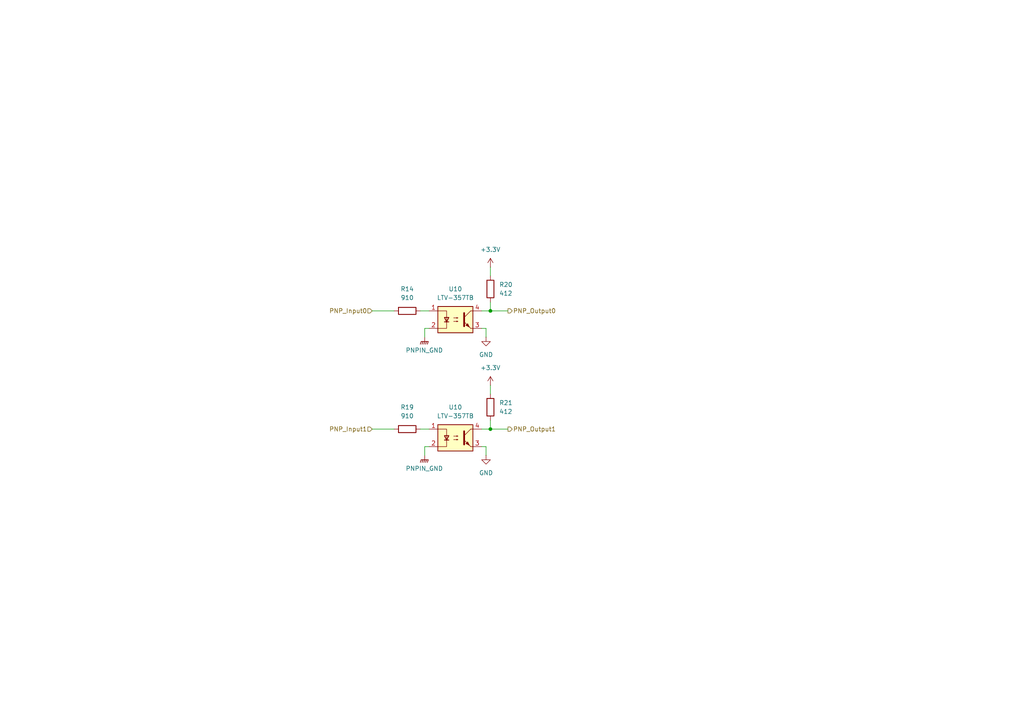
<source format=kicad_sch>
(kicad_sch
	(version 20250114)
	(generator "eeschema")
	(generator_version "9.0")
	(uuid "f376b313-d34f-45ea-a250-f41388ee4485")
	(paper "A4")
	(lib_symbols
		(symbol "Device:R"
			(pin_numbers
				(hide yes)
			)
			(pin_names
				(offset 0)
			)
			(exclude_from_sim no)
			(in_bom yes)
			(on_board yes)
			(property "Reference" "R"
				(at 2.032 0 90)
				(effects
					(font
						(size 1.27 1.27)
					)
				)
			)
			(property "Value" "R"
				(at 0 0 90)
				(effects
					(font
						(size 1.27 1.27)
					)
				)
			)
			(property "Footprint" ""
				(at -1.778 0 90)
				(effects
					(font
						(size 1.27 1.27)
					)
					(hide yes)
				)
			)
			(property "Datasheet" "~"
				(at 0 0 0)
				(effects
					(font
						(size 1.27 1.27)
					)
					(hide yes)
				)
			)
			(property "Description" "Resistor"
				(at 0 0 0)
				(effects
					(font
						(size 1.27 1.27)
					)
					(hide yes)
				)
			)
			(property "ki_keywords" "R res resistor"
				(at 0 0 0)
				(effects
					(font
						(size 1.27 1.27)
					)
					(hide yes)
				)
			)
			(property "ki_fp_filters" "R_*"
				(at 0 0 0)
				(effects
					(font
						(size 1.27 1.27)
					)
					(hide yes)
				)
			)
			(symbol "R_0_1"
				(rectangle
					(start -1.016 -2.54)
					(end 1.016 2.54)
					(stroke
						(width 0.254)
						(type default)
					)
					(fill
						(type none)
					)
				)
			)
			(symbol "R_1_1"
				(pin passive line
					(at 0 3.81 270)
					(length 1.27)
					(name "~"
						(effects
							(font
								(size 1.27 1.27)
							)
						)
					)
					(number "1"
						(effects
							(font
								(size 1.27 1.27)
							)
						)
					)
				)
				(pin passive line
					(at 0 -3.81 90)
					(length 1.27)
					(name "~"
						(effects
							(font
								(size 1.27 1.27)
							)
						)
					)
					(number "2"
						(effects
							(font
								(size 1.27 1.27)
							)
						)
					)
				)
			)
			(embedded_fonts no)
		)
		(symbol "Isolator:LTV-357T"
			(pin_names
				(offset 1.016)
			)
			(exclude_from_sim no)
			(in_bom yes)
			(on_board yes)
			(property "Reference" "U"
				(at -5.334 4.826 0)
				(effects
					(font
						(size 1.27 1.27)
					)
					(justify left)
				)
			)
			(property "Value" "LTV-357T"
				(at 0 5.08 0)
				(effects
					(font
						(size 1.27 1.27)
					)
					(justify left)
				)
			)
			(property "Footprint" "Package_SO:SO-4_4.4x3.6mm_P2.54mm"
				(at -5.08 -5.08 0)
				(effects
					(font
						(size 1.27 1.27)
						(italic yes)
					)
					(justify left)
					(hide yes)
				)
			)
			(property "Datasheet" "https://www.buerklin.com/medias/sys_master/download/download/h91/ha0/8892020588574.pdf"
				(at 0 0 0)
				(effects
					(font
						(size 1.27 1.27)
					)
					(justify left)
					(hide yes)
				)
			)
			(property "Description" "DC Optocoupler, Vce 35V, CTR 50%, SO-4"
				(at 0 0 0)
				(effects
					(font
						(size 1.27 1.27)
					)
					(hide yes)
				)
			)
			(property "ki_keywords" "NPN DC Optocoupler"
				(at 0 0 0)
				(effects
					(font
						(size 1.27 1.27)
					)
					(hide yes)
				)
			)
			(property "ki_fp_filters" "SO*4.4x3.6mm*P2.54mm*"
				(at 0 0 0)
				(effects
					(font
						(size 1.27 1.27)
					)
					(hide yes)
				)
			)
			(symbol "LTV-357T_0_1"
				(rectangle
					(start -5.08 3.81)
					(end 5.08 -3.81)
					(stroke
						(width 0.254)
						(type default)
					)
					(fill
						(type background)
					)
				)
				(polyline
					(pts
						(xy -5.08 2.54) (xy -2.54 2.54) (xy -2.54 -0.762)
					)
					(stroke
						(width 0)
						(type default)
					)
					(fill
						(type none)
					)
				)
				(polyline
					(pts
						(xy -3.175 -0.635) (xy -1.905 -0.635)
					)
					(stroke
						(width 0.254)
						(type default)
					)
					(fill
						(type none)
					)
				)
				(polyline
					(pts
						(xy -2.54 -0.635) (xy -2.54 -2.54) (xy -5.08 -2.54)
					)
					(stroke
						(width 0)
						(type default)
					)
					(fill
						(type none)
					)
				)
				(polyline
					(pts
						(xy -2.54 -0.635) (xy -3.175 0.635) (xy -1.905 0.635) (xy -2.54 -0.635)
					)
					(stroke
						(width 0.254)
						(type default)
					)
					(fill
						(type none)
					)
				)
				(polyline
					(pts
						(xy -0.508 0.508) (xy 0.762 0.508) (xy 0.381 0.381) (xy 0.381 0.635) (xy 0.762 0.508)
					)
					(stroke
						(width 0)
						(type default)
					)
					(fill
						(type none)
					)
				)
				(polyline
					(pts
						(xy -0.508 -0.508) (xy 0.762 -0.508) (xy 0.381 -0.635) (xy 0.381 -0.381) (xy 0.762 -0.508)
					)
					(stroke
						(width 0)
						(type default)
					)
					(fill
						(type none)
					)
				)
				(polyline
					(pts
						(xy 2.54 1.905) (xy 2.54 -1.905) (xy 2.54 -1.905)
					)
					(stroke
						(width 0.508)
						(type default)
					)
					(fill
						(type none)
					)
				)
				(polyline
					(pts
						(xy 2.54 0.635) (xy 4.445 2.54)
					)
					(stroke
						(width 0)
						(type default)
					)
					(fill
						(type none)
					)
				)
				(polyline
					(pts
						(xy 3.048 -1.651) (xy 3.556 -1.143) (xy 4.064 -2.159) (xy 3.048 -1.651) (xy 3.048 -1.651)
					)
					(stroke
						(width 0)
						(type default)
					)
					(fill
						(type outline)
					)
				)
				(polyline
					(pts
						(xy 4.445 2.54) (xy 5.08 2.54)
					)
					(stroke
						(width 0)
						(type default)
					)
					(fill
						(type none)
					)
				)
				(polyline
					(pts
						(xy 4.445 -2.54) (xy 2.54 -0.635)
					)
					(stroke
						(width 0)
						(type default)
					)
					(fill
						(type outline)
					)
				)
				(polyline
					(pts
						(xy 4.445 -2.54) (xy 5.08 -2.54)
					)
					(stroke
						(width 0)
						(type default)
					)
					(fill
						(type none)
					)
				)
			)
			(symbol "LTV-357T_1_1"
				(pin passive line
					(at -7.62 2.54 0)
					(length 2.54)
					(name "~"
						(effects
							(font
								(size 1.27 1.27)
							)
						)
					)
					(number "1"
						(effects
							(font
								(size 1.27 1.27)
							)
						)
					)
				)
				(pin passive line
					(at -7.62 -2.54 0)
					(length 2.54)
					(name "~"
						(effects
							(font
								(size 1.27 1.27)
							)
						)
					)
					(number "2"
						(effects
							(font
								(size 1.27 1.27)
							)
						)
					)
				)
				(pin passive line
					(at 7.62 2.54 180)
					(length 2.54)
					(name "~"
						(effects
							(font
								(size 1.27 1.27)
							)
						)
					)
					(number "4"
						(effects
							(font
								(size 1.27 1.27)
							)
						)
					)
				)
				(pin passive line
					(at 7.62 -2.54 180)
					(length 2.54)
					(name "~"
						(effects
							(font
								(size 1.27 1.27)
							)
						)
					)
					(number "3"
						(effects
							(font
								(size 1.27 1.27)
							)
						)
					)
				)
			)
			(embedded_fonts no)
		)
		(symbol "power:+3.3V"
			(power)
			(pin_numbers
				(hide yes)
			)
			(pin_names
				(offset 0)
				(hide yes)
			)
			(exclude_from_sim no)
			(in_bom yes)
			(on_board yes)
			(property "Reference" "#PWR"
				(at 0 -3.81 0)
				(effects
					(font
						(size 1.27 1.27)
					)
					(hide yes)
				)
			)
			(property "Value" "+3.3V"
				(at 0 3.556 0)
				(effects
					(font
						(size 1.27 1.27)
					)
				)
			)
			(property "Footprint" ""
				(at 0 0 0)
				(effects
					(font
						(size 1.27 1.27)
					)
					(hide yes)
				)
			)
			(property "Datasheet" ""
				(at 0 0 0)
				(effects
					(font
						(size 1.27 1.27)
					)
					(hide yes)
				)
			)
			(property "Description" "Power symbol creates a global label with name \"+3.3V\""
				(at 0 0 0)
				(effects
					(font
						(size 1.27 1.27)
					)
					(hide yes)
				)
			)
			(property "ki_keywords" "global power"
				(at 0 0 0)
				(effects
					(font
						(size 1.27 1.27)
					)
					(hide yes)
				)
			)
			(symbol "+3.3V_0_1"
				(polyline
					(pts
						(xy -0.762 1.27) (xy 0 2.54)
					)
					(stroke
						(width 0)
						(type default)
					)
					(fill
						(type none)
					)
				)
				(polyline
					(pts
						(xy 0 2.54) (xy 0.762 1.27)
					)
					(stroke
						(width 0)
						(type default)
					)
					(fill
						(type none)
					)
				)
				(polyline
					(pts
						(xy 0 0) (xy 0 2.54)
					)
					(stroke
						(width 0)
						(type default)
					)
					(fill
						(type none)
					)
				)
			)
			(symbol "+3.3V_1_1"
				(pin power_in line
					(at 0 0 90)
					(length 0)
					(name "~"
						(effects
							(font
								(size 1.27 1.27)
							)
						)
					)
					(number "1"
						(effects
							(font
								(size 1.27 1.27)
							)
						)
					)
				)
			)
			(embedded_fonts no)
		)
		(symbol "power:GND"
			(power)
			(pin_numbers
				(hide yes)
			)
			(pin_names
				(offset 0)
				(hide yes)
			)
			(exclude_from_sim no)
			(in_bom yes)
			(on_board yes)
			(property "Reference" "#PWR"
				(at 0 -6.35 0)
				(effects
					(font
						(size 1.27 1.27)
					)
					(hide yes)
				)
			)
			(property "Value" "GND"
				(at 0 -3.81 0)
				(effects
					(font
						(size 1.27 1.27)
					)
				)
			)
			(property "Footprint" ""
				(at 0 0 0)
				(effects
					(font
						(size 1.27 1.27)
					)
					(hide yes)
				)
			)
			(property "Datasheet" ""
				(at 0 0 0)
				(effects
					(font
						(size 1.27 1.27)
					)
					(hide yes)
				)
			)
			(property "Description" "Power symbol creates a global label with name \"GND\" , ground"
				(at 0 0 0)
				(effects
					(font
						(size 1.27 1.27)
					)
					(hide yes)
				)
			)
			(property "ki_keywords" "global power"
				(at 0 0 0)
				(effects
					(font
						(size 1.27 1.27)
					)
					(hide yes)
				)
			)
			(symbol "GND_0_1"
				(polyline
					(pts
						(xy 0 0) (xy 0 -1.27) (xy 1.27 -1.27) (xy 0 -2.54) (xy -1.27 -1.27) (xy 0 -1.27)
					)
					(stroke
						(width 0)
						(type default)
					)
					(fill
						(type none)
					)
				)
			)
			(symbol "GND_1_1"
				(pin power_in line
					(at 0 0 270)
					(length 0)
					(name "~"
						(effects
							(font
								(size 1.27 1.27)
							)
						)
					)
					(number "1"
						(effects
							(font
								(size 1.27 1.27)
							)
						)
					)
				)
			)
			(embedded_fonts no)
		)
		(symbol "power:GNDPWR"
			(power)
			(pin_numbers
				(hide yes)
			)
			(pin_names
				(offset 0)
				(hide yes)
			)
			(exclude_from_sim no)
			(in_bom yes)
			(on_board yes)
			(property "Reference" "#PWR"
				(at 0 -5.08 0)
				(effects
					(font
						(size 1.27 1.27)
					)
					(hide yes)
				)
			)
			(property "Value" "GNDPWR"
				(at 0 -3.302 0)
				(effects
					(font
						(size 1.27 1.27)
					)
				)
			)
			(property "Footprint" ""
				(at 0 -1.27 0)
				(effects
					(font
						(size 1.27 1.27)
					)
					(hide yes)
				)
			)
			(property "Datasheet" ""
				(at 0 -1.27 0)
				(effects
					(font
						(size 1.27 1.27)
					)
					(hide yes)
				)
			)
			(property "Description" "Power symbol creates a global label with name \"GNDPWR\" , global ground"
				(at 0 0 0)
				(effects
					(font
						(size 1.27 1.27)
					)
					(hide yes)
				)
			)
			(property "ki_keywords" "global ground"
				(at 0 0 0)
				(effects
					(font
						(size 1.27 1.27)
					)
					(hide yes)
				)
			)
			(symbol "GNDPWR_0_1"
				(polyline
					(pts
						(xy -1.016 -1.27) (xy -1.27 -2.032) (xy -1.27 -2.032)
					)
					(stroke
						(width 0.2032)
						(type default)
					)
					(fill
						(type none)
					)
				)
				(polyline
					(pts
						(xy -0.508 -1.27) (xy -0.762 -2.032) (xy -0.762 -2.032)
					)
					(stroke
						(width 0.2032)
						(type default)
					)
					(fill
						(type none)
					)
				)
				(polyline
					(pts
						(xy 0 -1.27) (xy 0 0)
					)
					(stroke
						(width 0)
						(type default)
					)
					(fill
						(type none)
					)
				)
				(polyline
					(pts
						(xy 0 -1.27) (xy -0.254 -2.032) (xy -0.254 -2.032)
					)
					(stroke
						(width 0.2032)
						(type default)
					)
					(fill
						(type none)
					)
				)
				(polyline
					(pts
						(xy 0.508 -1.27) (xy 0.254 -2.032) (xy 0.254 -2.032)
					)
					(stroke
						(width 0.2032)
						(type default)
					)
					(fill
						(type none)
					)
				)
				(polyline
					(pts
						(xy 1.016 -1.27) (xy -1.016 -1.27) (xy -1.016 -1.27)
					)
					(stroke
						(width 0.2032)
						(type default)
					)
					(fill
						(type none)
					)
				)
				(polyline
					(pts
						(xy 1.016 -1.27) (xy 0.762 -2.032) (xy 0.762 -2.032) (xy 0.762 -2.032)
					)
					(stroke
						(width 0.2032)
						(type default)
					)
					(fill
						(type none)
					)
				)
			)
			(symbol "GNDPWR_1_1"
				(pin power_in line
					(at 0 0 270)
					(length 0)
					(name "~"
						(effects
							(font
								(size 1.27 1.27)
							)
						)
					)
					(number "1"
						(effects
							(font
								(size 1.27 1.27)
							)
						)
					)
				)
			)
			(embedded_fonts no)
		)
	)
	(junction
		(at 142.24 124.46)
		(diameter 0)
		(color 0 0 0 0)
		(uuid "4476895c-0945-4f11-9725-c5153651386c")
	)
	(junction
		(at 142.24 90.17)
		(diameter 0)
		(color 0 0 0 0)
		(uuid "e59a9098-6fc7-4db2-acf4-af3fc04c0cf0")
	)
	(wire
		(pts
			(xy 107.95 90.17) (xy 114.3 90.17)
		)
		(stroke
			(width 0)
			(type default)
		)
		(uuid "043a56c2-48d2-4228-aa3f-8225eec5f683")
	)
	(wire
		(pts
			(xy 140.97 97.79) (xy 140.97 95.25)
		)
		(stroke
			(width 0)
			(type default)
		)
		(uuid "0825f89e-e177-4f9b-b22e-57da8042570f")
	)
	(wire
		(pts
			(xy 142.24 124.46) (xy 147.32 124.46)
		)
		(stroke
			(width 0)
			(type default)
		)
		(uuid "0b6031e2-b354-4e02-9944-4aa87c4be3e0")
	)
	(wire
		(pts
			(xy 140.97 132.08) (xy 140.97 129.54)
		)
		(stroke
			(width 0)
			(type default)
		)
		(uuid "1443191e-af3f-42c7-b7a0-42dd1dd573d2")
	)
	(wire
		(pts
			(xy 142.24 90.17) (xy 142.24 87.63)
		)
		(stroke
			(width 0)
			(type default)
		)
		(uuid "380b32ae-ea84-4a2a-876f-e9cd82ad2643")
	)
	(wire
		(pts
			(xy 123.19 95.25) (xy 124.46 95.25)
		)
		(stroke
			(width 0)
			(type default)
		)
		(uuid "3f2f27ab-5092-48e2-b143-c19da944a42f")
	)
	(wire
		(pts
			(xy 121.92 90.17) (xy 124.46 90.17)
		)
		(stroke
			(width 0)
			(type default)
		)
		(uuid "435244fd-19ee-48ea-bd0d-17267ece4381")
	)
	(wire
		(pts
			(xy 123.19 97.79) (xy 123.19 95.25)
		)
		(stroke
			(width 0)
			(type default)
		)
		(uuid "61b6f407-831c-45bf-bdd2-34827709d085")
	)
	(wire
		(pts
			(xy 139.7 90.17) (xy 142.24 90.17)
		)
		(stroke
			(width 0)
			(type default)
		)
		(uuid "6a61a46f-bc1d-453f-8eb7-d399a97433f1")
	)
	(wire
		(pts
			(xy 142.24 111.76) (xy 142.24 114.3)
		)
		(stroke
			(width 0)
			(type default)
		)
		(uuid "6bead2ca-9dbf-4095-8748-88fd8e69fc76")
	)
	(wire
		(pts
			(xy 107.95 124.46) (xy 114.3 124.46)
		)
		(stroke
			(width 0)
			(type default)
		)
		(uuid "762cdb03-f590-4447-a71a-dbe945b7aae1")
	)
	(wire
		(pts
			(xy 121.92 124.46) (xy 124.46 124.46)
		)
		(stroke
			(width 0)
			(type default)
		)
		(uuid "801c48ce-cdea-4356-af44-5ea0bf61ffc4")
	)
	(wire
		(pts
			(xy 142.24 124.46) (xy 142.24 121.92)
		)
		(stroke
			(width 0)
			(type default)
		)
		(uuid "8848321f-fb6c-4fb1-bbcb-3b0a4de595a5")
	)
	(wire
		(pts
			(xy 123.19 129.54) (xy 124.46 129.54)
		)
		(stroke
			(width 0)
			(type default)
		)
		(uuid "a545866c-e51e-4a09-b5b7-aaaf22582293")
	)
	(wire
		(pts
			(xy 123.19 132.08) (xy 123.19 129.54)
		)
		(stroke
			(width 0)
			(type default)
		)
		(uuid "c5ff7ae5-0545-46fd-a4d2-52de0d9853a2")
	)
	(wire
		(pts
			(xy 142.24 90.17) (xy 147.32 90.17)
		)
		(stroke
			(width 0)
			(type default)
		)
		(uuid "c9a75ae6-595e-49f0-bfcf-ed6112bcc3a1")
	)
	(wire
		(pts
			(xy 139.7 129.54) (xy 140.97 129.54)
		)
		(stroke
			(width 0)
			(type default)
		)
		(uuid "e7dbebe5-1366-47f7-b922-eaee4d5abae9")
	)
	(wire
		(pts
			(xy 142.24 77.47) (xy 142.24 80.01)
		)
		(stroke
			(width 0)
			(type default)
		)
		(uuid "f3378706-b45f-4aad-aaca-7f3b65238eee")
	)
	(wire
		(pts
			(xy 139.7 95.25) (xy 140.97 95.25)
		)
		(stroke
			(width 0)
			(type default)
		)
		(uuid "f75a24c9-caae-496a-91e3-657aa781d40a")
	)
	(wire
		(pts
			(xy 139.7 124.46) (xy 142.24 124.46)
		)
		(stroke
			(width 0)
			(type default)
		)
		(uuid "fa5af998-c422-4ab7-9ff6-a399bde9a03a")
	)
	(hierarchical_label "PNP_Input1"
		(shape input)
		(at 107.95 124.46 180)
		(effects
			(font
				(size 1.27 1.27)
			)
			(justify right)
		)
		(uuid "483fc6b2-6085-480a-a2c9-05a21b767706")
	)
	(hierarchical_label "PNP_Output1"
		(shape output)
		(at 147.32 124.46 0)
		(effects
			(font
				(size 1.27 1.27)
			)
			(justify left)
		)
		(uuid "94ad348e-7ae0-4d98-9af4-60d2dcaa212b")
	)
	(hierarchical_label "PNP_Output0"
		(shape output)
		(at 147.32 90.17 0)
		(effects
			(font
				(size 1.27 1.27)
			)
			(justify left)
		)
		(uuid "f4acb774-c467-4b05-b197-aa2a7d47fc26")
	)
	(hierarchical_label "PNP_Input0"
		(shape input)
		(at 107.95 90.17 180)
		(effects
			(font
				(size 1.27 1.27)
			)
			(justify right)
		)
		(uuid "fe15219d-6f3a-4c47-b6e0-55789e8600cf")
	)
	(symbol
		(lib_id "Device:R")
		(at 118.11 124.46 90)
		(unit 1)
		(exclude_from_sim no)
		(in_bom yes)
		(on_board yes)
		(dnp no)
		(fields_autoplaced yes)
		(uuid "004646e9-4352-40af-b19a-25302ccf572c")
		(property "Reference" "R19"
			(at 118.11 118.11 90)
			(effects
				(font
					(size 1.27 1.27)
				)
			)
		)
		(property "Value" "910"
			(at 118.11 120.65 90)
			(effects
				(font
					(size 1.27 1.27)
				)
			)
		)
		(property "Footprint" "Resistor_SMD:R_0603_1608Metric"
			(at 118.11 126.238 90)
			(effects
				(font
					(size 1.27 1.27)
				)
				(hide yes)
			)
		)
		(property "Datasheet" "~"
			(at 118.11 124.46 0)
			(effects
				(font
					(size 1.27 1.27)
				)
				(hide yes)
			)
		)
		(property "Description" "Resistor"
			(at 118.11 124.46 0)
			(effects
				(font
					(size 1.27 1.27)
				)
				(hide yes)
			)
		)
		(property "LCSC#" "C114670"
			(at 118.11 124.46 90)
			(effects
				(font
					(size 1.27 1.27)
				)
				(hide yes)
			)
		)
		(pin "1"
			(uuid "c7436843-f654-4a24-a8f7-ed9a8968eecb")
		)
		(pin "2"
			(uuid "7b90e547-b9dd-40a6-b4bb-2123c884d78f")
		)
		(instances
			(project "NIVARA"
				(path "/e09284a3-0da6-4b1c-80d3-a52d405369d9/b46cdcb1-15cb-4562-89d5-6c513685d0bc/3ed87118-7522-47dd-9ef4-2249206edd5a"
					(reference "R19")
					(unit 1)
				)
			)
		)
	)
	(symbol
		(lib_id "Isolator:LTV-357T")
		(at 132.08 92.71 0)
		(unit 1)
		(exclude_from_sim no)
		(in_bom yes)
		(on_board yes)
		(dnp no)
		(fields_autoplaced yes)
		(uuid "01fd28d0-1543-4028-828d-d6dac91900f3")
		(property "Reference" "U10"
			(at 132.08 83.82 0)
			(effects
				(font
					(size 1.27 1.27)
				)
			)
		)
		(property "Value" "LTV-357TB"
			(at 132.08 86.36 0)
			(effects
				(font
					(size 1.27 1.27)
				)
			)
		)
		(property "Footprint" "Package_SO:SO-4_4.4x3.6mm_P2.54mm"
			(at 127 97.79 0)
			(effects
				(font
					(size 1.27 1.27)
					(italic yes)
				)
				(justify left)
				(hide yes)
			)
		)
		(property "Datasheet" "https://www.buerklin.com/medias/sys_master/download/download/h91/ha0/8892020588574.pdf"
			(at 132.08 92.71 0)
			(effects
				(font
					(size 1.27 1.27)
				)
				(justify left)
				(hide yes)
			)
		)
		(property "Description" "DC Optocoupler, Vce 35V, CTR 50%, SO-4"
			(at 132.08 92.71 0)
			(effects
				(font
					(size 1.27 1.27)
				)
				(hide yes)
			)
		)
		(pin "3"
			(uuid "668ab9d4-2faf-4d56-9c6a-c5b004f3640c")
		)
		(pin "1"
			(uuid "d07932ca-b2fc-4497-8af0-1012e0f1cd25")
		)
		(pin "2"
			(uuid "63b8bb69-03c4-417a-847f-fb941fac5c37")
		)
		(pin "4"
			(uuid "7c7d23a2-dc92-4232-a368-581c6de0d04a")
		)
		(instances
			(project "NIVARA"
				(path "/e09284a3-0da6-4b1c-80d3-a52d405369d9/b46cdcb1-15cb-4562-89d5-6c513685d0bc/3ed87118-7522-47dd-9ef4-2249206edd5a"
					(reference "U10")
					(unit 1)
				)
			)
		)
	)
	(symbol
		(lib_id "Device:R")
		(at 142.24 83.82 180)
		(unit 1)
		(exclude_from_sim no)
		(in_bom yes)
		(on_board yes)
		(dnp no)
		(fields_autoplaced yes)
		(uuid "051ee258-561f-49a1-833c-c6cdc7ea4217")
		(property "Reference" "R20"
			(at 144.78 82.5499 0)
			(effects
				(font
					(size 1.27 1.27)
				)
				(justify right)
			)
		)
		(property "Value" "412"
			(at 144.78 85.0899 0)
			(effects
				(font
					(size 1.27 1.27)
				)
				(justify right)
			)
		)
		(property "Footprint" ""
			(at 144.018 83.82 90)
			(effects
				(font
					(size 1.27 1.27)
				)
				(hide yes)
			)
		)
		(property "Datasheet" "~"
			(at 142.24 83.82 0)
			(effects
				(font
					(size 1.27 1.27)
				)
				(hide yes)
			)
		)
		(property "Description" "Resistor"
			(at 142.24 83.82 0)
			(effects
				(font
					(size 1.27 1.27)
				)
				(hide yes)
			)
		)
		(pin "1"
			(uuid "6347a9f4-fab9-4029-a150-8ca530f54ca6")
		)
		(pin "2"
			(uuid "26ae7f6d-9706-4f08-b913-2050da123edf")
		)
		(instances
			(project "NIVARA"
				(path "/e09284a3-0da6-4b1c-80d3-a52d405369d9/b46cdcb1-15cb-4562-89d5-6c513685d0bc/3ed87118-7522-47dd-9ef4-2249206edd5a"
					(reference "R20")
					(unit 1)
				)
			)
		)
	)
	(symbol
		(lib_id "Isolator:LTV-357T")
		(at 132.08 127 0)
		(unit 1)
		(exclude_from_sim no)
		(in_bom yes)
		(on_board yes)
		(dnp no)
		(fields_autoplaced yes)
		(uuid "29057740-47d6-4e58-a2f2-1bb918752c2e")
		(property "Reference" "U10"
			(at 132.08 118.11 0)
			(effects
				(font
					(size 1.27 1.27)
				)
			)
		)
		(property "Value" "LTV-357TB"
			(at 132.08 120.65 0)
			(effects
				(font
					(size 1.27 1.27)
				)
			)
		)
		(property "Footprint" "Package_SO:SO-4_4.4x3.6mm_P2.54mm"
			(at 127 132.08 0)
			(effects
				(font
					(size 1.27 1.27)
					(italic yes)
				)
				(justify left)
				(hide yes)
			)
		)
		(property "Datasheet" "https://www.buerklin.com/medias/sys_master/download/download/h91/ha0/8892020588574.pdf"
			(at 132.08 127 0)
			(effects
				(font
					(size 1.27 1.27)
				)
				(justify left)
				(hide yes)
			)
		)
		(property "Description" "DC Optocoupler, Vce 35V, CTR 50%, SO-4"
			(at 132.08 127 0)
			(effects
				(font
					(size 1.27 1.27)
				)
				(hide yes)
			)
		)
		(pin "3"
			(uuid "8ecf516a-b026-4141-8725-a377db0746bd")
		)
		(pin "1"
			(uuid "44917c7e-59e1-4fb2-8085-ea8095c010a7")
		)
		(pin "2"
			(uuid "560c3763-fedf-4e3b-aede-39f122bd8b6f")
		)
		(pin "4"
			(uuid "f5d1130c-f063-4a62-bbbe-85b4cc625a4e")
		)
		(instances
			(project "NIVARA"
				(path "/e09284a3-0da6-4b1c-80d3-a52d405369d9/b46cdcb1-15cb-4562-89d5-6c513685d0bc/3ed87118-7522-47dd-9ef4-2249206edd5a"
					(reference "U10")
					(unit 1)
				)
			)
		)
	)
	(symbol
		(lib_id "power:+3.3V")
		(at 142.24 77.47 0)
		(unit 1)
		(exclude_from_sim no)
		(in_bom yes)
		(on_board yes)
		(dnp no)
		(fields_autoplaced yes)
		(uuid "29694778-dac7-4810-9fe0-f986e8fddbb0")
		(property "Reference" "#PWR044"
			(at 142.24 81.28 0)
			(effects
				(font
					(size 1.27 1.27)
				)
				(hide yes)
			)
		)
		(property "Value" "+3.3V"
			(at 142.24 72.39 0)
			(effects
				(font
					(size 1.27 1.27)
				)
			)
		)
		(property "Footprint" ""
			(at 142.24 77.47 0)
			(effects
				(font
					(size 1.27 1.27)
				)
				(hide yes)
			)
		)
		(property "Datasheet" ""
			(at 142.24 77.47 0)
			(effects
				(font
					(size 1.27 1.27)
				)
				(hide yes)
			)
		)
		(property "Description" "Power symbol creates a global label with name \"+3.3V\""
			(at 142.24 77.47 0)
			(effects
				(font
					(size 1.27 1.27)
				)
				(hide yes)
			)
		)
		(pin "1"
			(uuid "aa0d7366-eacd-4783-87a2-6ce41ace987c")
		)
		(instances
			(project "NIVARA"
				(path "/e09284a3-0da6-4b1c-80d3-a52d405369d9/b46cdcb1-15cb-4562-89d5-6c513685d0bc/3ed87118-7522-47dd-9ef4-2249206edd5a"
					(reference "#PWR044")
					(unit 1)
				)
			)
		)
	)
	(symbol
		(lib_id "power:GNDPWR")
		(at 123.19 97.79 0)
		(unit 1)
		(exclude_from_sim no)
		(in_bom yes)
		(on_board yes)
		(dnp no)
		(fields_autoplaced yes)
		(uuid "2ba39172-965f-4f20-809b-37cffccb0472")
		(property "Reference" "#PWR041"
			(at 123.19 102.87 0)
			(effects
				(font
					(size 1.27 1.27)
				)
				(hide yes)
			)
		)
		(property "Value" "PNPIN_GND"
			(at 123.063 101.6 0)
			(effects
				(font
					(size 1.27 1.27)
				)
			)
		)
		(property "Footprint" ""
			(at 123.19 99.06 0)
			(effects
				(font
					(size 1.27 1.27)
				)
				(hide yes)
			)
		)
		(property "Datasheet" ""
			(at 123.19 99.06 0)
			(effects
				(font
					(size 1.27 1.27)
				)
				(hide yes)
			)
		)
		(property "Description" "Power symbol creates a global label with name \"GNDPWR\" , global ground"
			(at 123.19 97.79 0)
			(effects
				(font
					(size 1.27 1.27)
				)
				(hide yes)
			)
		)
		(pin "1"
			(uuid "a53ad85c-b460-4153-97db-f84ff7bea1e8")
		)
		(instances
			(project "NIVARA"
				(path "/e09284a3-0da6-4b1c-80d3-a52d405369d9/b46cdcb1-15cb-4562-89d5-6c513685d0bc/3ed87118-7522-47dd-9ef4-2249206edd5a"
					(reference "#PWR041")
					(unit 1)
				)
			)
		)
	)
	(symbol
		(lib_id "power:GNDPWR")
		(at 123.19 132.08 0)
		(unit 1)
		(exclude_from_sim no)
		(in_bom yes)
		(on_board yes)
		(dnp no)
		(fields_autoplaced yes)
		(uuid "3be9da56-35f2-4a9c-bd71-3f6e0a7acf2b")
		(property "Reference" "#PWR042"
			(at 123.19 137.16 0)
			(effects
				(font
					(size 1.27 1.27)
				)
				(hide yes)
			)
		)
		(property "Value" "PNPIN_GND"
			(at 123.063 135.89 0)
			(effects
				(font
					(size 1.27 1.27)
				)
			)
		)
		(property "Footprint" ""
			(at 123.19 133.35 0)
			(effects
				(font
					(size 1.27 1.27)
				)
				(hide yes)
			)
		)
		(property "Datasheet" ""
			(at 123.19 133.35 0)
			(effects
				(font
					(size 1.27 1.27)
				)
				(hide yes)
			)
		)
		(property "Description" "Power symbol creates a global label with name \"GNDPWR\" , global ground"
			(at 123.19 132.08 0)
			(effects
				(font
					(size 1.27 1.27)
				)
				(hide yes)
			)
		)
		(pin "1"
			(uuid "d08bd8c1-c55f-47f4-bc1b-5190d8132e87")
		)
		(instances
			(project "NIVARA"
				(path "/e09284a3-0da6-4b1c-80d3-a52d405369d9/b46cdcb1-15cb-4562-89d5-6c513685d0bc/3ed87118-7522-47dd-9ef4-2249206edd5a"
					(reference "#PWR042")
					(unit 1)
				)
			)
		)
	)
	(symbol
		(lib_id "power:GND")
		(at 140.97 97.79 0)
		(unit 1)
		(exclude_from_sim no)
		(in_bom yes)
		(on_board yes)
		(dnp no)
		(fields_autoplaced yes)
		(uuid "594f678e-f8fb-48a8-ab0d-c5a44a0ed7d2")
		(property "Reference" "#PWR042"
			(at 140.97 104.14 0)
			(effects
				(font
					(size 1.27 1.27)
				)
				(hide yes)
			)
		)
		(property "Value" "GND"
			(at 140.97 102.87 0)
			(effects
				(font
					(size 1.27 1.27)
				)
			)
		)
		(property "Footprint" ""
			(at 140.97 97.79 0)
			(effects
				(font
					(size 1.27 1.27)
				)
				(hide yes)
			)
		)
		(property "Datasheet" ""
			(at 140.97 97.79 0)
			(effects
				(font
					(size 1.27 1.27)
				)
				(hide yes)
			)
		)
		(property "Description" "Power symbol creates a global label with name \"GND\" , ground"
			(at 140.97 97.79 0)
			(effects
				(font
					(size 1.27 1.27)
				)
				(hide yes)
			)
		)
		(pin "1"
			(uuid "976364ef-54e9-4605-b806-cc0d7cfc3c43")
		)
		(instances
			(project "NIVARA"
				(path "/e09284a3-0da6-4b1c-80d3-a52d405369d9/b46cdcb1-15cb-4562-89d5-6c513685d0bc/3ed87118-7522-47dd-9ef4-2249206edd5a"
					(reference "#PWR042")
					(unit 1)
				)
			)
		)
	)
	(symbol
		(lib_id "Device:R")
		(at 142.24 118.11 180)
		(unit 1)
		(exclude_from_sim no)
		(in_bom yes)
		(on_board yes)
		(dnp no)
		(fields_autoplaced yes)
		(uuid "7efd78a2-171e-4872-a864-1f6d5c7938c4")
		(property "Reference" "R21"
			(at 144.78 116.8399 0)
			(effects
				(font
					(size 1.27 1.27)
				)
				(justify right)
			)
		)
		(property "Value" "412"
			(at 144.78 119.3799 0)
			(effects
				(font
					(size 1.27 1.27)
				)
				(justify right)
			)
		)
		(property "Footprint" ""
			(at 144.018 118.11 90)
			(effects
				(font
					(size 1.27 1.27)
				)
				(hide yes)
			)
		)
		(property "Datasheet" "~"
			(at 142.24 118.11 0)
			(effects
				(font
					(size 1.27 1.27)
				)
				(hide yes)
			)
		)
		(property "Description" "Resistor"
			(at 142.24 118.11 0)
			(effects
				(font
					(size 1.27 1.27)
				)
				(hide yes)
			)
		)
		(pin "1"
			(uuid "01c83767-b741-4b1a-a286-45659d65a127")
		)
		(pin "2"
			(uuid "f1c2f27e-20d6-4c18-8d6a-bb68de4a1ec0")
		)
		(instances
			(project "NIVARA"
				(path "/e09284a3-0da6-4b1c-80d3-a52d405369d9/b46cdcb1-15cb-4562-89d5-6c513685d0bc/3ed87118-7522-47dd-9ef4-2249206edd5a"
					(reference "R21")
					(unit 1)
				)
			)
		)
	)
	(symbol
		(lib_id "Device:R")
		(at 118.11 90.17 90)
		(unit 1)
		(exclude_from_sim no)
		(in_bom yes)
		(on_board yes)
		(dnp no)
		(fields_autoplaced yes)
		(uuid "91421550-1d7e-4fb9-8bda-0566acc7a56e")
		(property "Reference" "R14"
			(at 118.11 83.82 90)
			(effects
				(font
					(size 1.27 1.27)
				)
			)
		)
		(property "Value" "910"
			(at 118.11 86.36 90)
			(effects
				(font
					(size 1.27 1.27)
				)
			)
		)
		(property "Footprint" "Resistor_SMD:R_0603_1608Metric"
			(at 118.11 91.948 90)
			(effects
				(font
					(size 1.27 1.27)
				)
				(hide yes)
			)
		)
		(property "Datasheet" "~"
			(at 118.11 90.17 0)
			(effects
				(font
					(size 1.27 1.27)
				)
				(hide yes)
			)
		)
		(property "Description" "Resistor"
			(at 118.11 90.17 0)
			(effects
				(font
					(size 1.27 1.27)
				)
				(hide yes)
			)
		)
		(property "LCSC#" "C114670"
			(at 118.11 90.17 90)
			(effects
				(font
					(size 1.27 1.27)
				)
				(hide yes)
			)
		)
		(pin "1"
			(uuid "04dc40e1-895a-49e4-8947-d2cc2ca31862")
		)
		(pin "2"
			(uuid "a2cc8f71-ca30-4e18-aa38-aab2cb10e58d")
		)
		(instances
			(project "NIVARA"
				(path "/e09284a3-0da6-4b1c-80d3-a52d405369d9/b46cdcb1-15cb-4562-89d5-6c513685d0bc/3ed87118-7522-47dd-9ef4-2249206edd5a"
					(reference "R14")
					(unit 1)
				)
			)
		)
	)
	(symbol
		(lib_id "power:+3.3V")
		(at 142.24 111.76 0)
		(unit 1)
		(exclude_from_sim no)
		(in_bom yes)
		(on_board yes)
		(dnp no)
		(fields_autoplaced yes)
		(uuid "a507e94e-52dd-4fa8-97e4-21eb3eb4b32e")
		(property "Reference" "#PWR045"
			(at 142.24 115.57 0)
			(effects
				(font
					(size 1.27 1.27)
				)
				(hide yes)
			)
		)
		(property "Value" "+3.3V"
			(at 142.24 106.68 0)
			(effects
				(font
					(size 1.27 1.27)
				)
			)
		)
		(property "Footprint" ""
			(at 142.24 111.76 0)
			(effects
				(font
					(size 1.27 1.27)
				)
				(hide yes)
			)
		)
		(property "Datasheet" ""
			(at 142.24 111.76 0)
			(effects
				(font
					(size 1.27 1.27)
				)
				(hide yes)
			)
		)
		(property "Description" "Power symbol creates a global label with name \"+3.3V\""
			(at 142.24 111.76 0)
			(effects
				(font
					(size 1.27 1.27)
				)
				(hide yes)
			)
		)
		(pin "1"
			(uuid "a825d63a-ce82-411c-9b7c-0fdd9b475178")
		)
		(instances
			(project "NIVARA"
				(path "/e09284a3-0da6-4b1c-80d3-a52d405369d9/b46cdcb1-15cb-4562-89d5-6c513685d0bc/3ed87118-7522-47dd-9ef4-2249206edd5a"
					(reference "#PWR045")
					(unit 1)
				)
			)
		)
	)
	(symbol
		(lib_id "power:GND")
		(at 140.97 132.08 0)
		(unit 1)
		(exclude_from_sim no)
		(in_bom yes)
		(on_board yes)
		(dnp no)
		(fields_autoplaced yes)
		(uuid "ab25fc56-66ac-42e6-8ba0-5ded43ce904f")
		(property "Reference" "#PWR043"
			(at 140.97 138.43 0)
			(effects
				(font
					(size 1.27 1.27)
				)
				(hide yes)
			)
		)
		(property "Value" "GND"
			(at 140.97 137.16 0)
			(effects
				(font
					(size 1.27 1.27)
				)
			)
		)
		(property "Footprint" ""
			(at 140.97 132.08 0)
			(effects
				(font
					(size 1.27 1.27)
				)
				(hide yes)
			)
		)
		(property "Datasheet" ""
			(at 140.97 132.08 0)
			(effects
				(font
					(size 1.27 1.27)
				)
				(hide yes)
			)
		)
		(property "Description" "Power symbol creates a global label with name \"GND\" , ground"
			(at 140.97 132.08 0)
			(effects
				(font
					(size 1.27 1.27)
				)
				(hide yes)
			)
		)
		(pin "1"
			(uuid "fddf7b60-05cd-4781-b24c-14a1d0613572")
		)
		(instances
			(project "NIVARA"
				(path "/e09284a3-0da6-4b1c-80d3-a52d405369d9/b46cdcb1-15cb-4562-89d5-6c513685d0bc/3ed87118-7522-47dd-9ef4-2249206edd5a"
					(reference "#PWR043")
					(unit 1)
				)
			)
		)
	)
)

</source>
